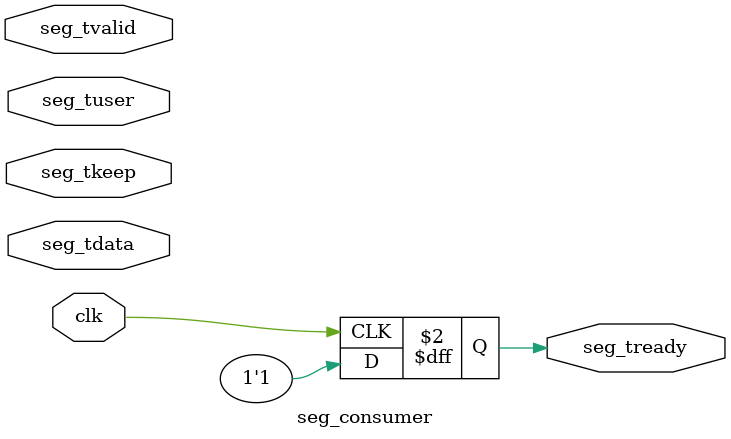
<source format=v>
module seg_consumer
(
    input        clk,
    input[127:0] seg_tdata,
    input[ 15:0] seg_tkeep,
    input[  2:0] seg_tuser,
    input        seg_tvalid,
    output reg   seg_tready
);

always @(posedge clk) begin
    seg_tready <= 1;
end

endmodule

</source>
